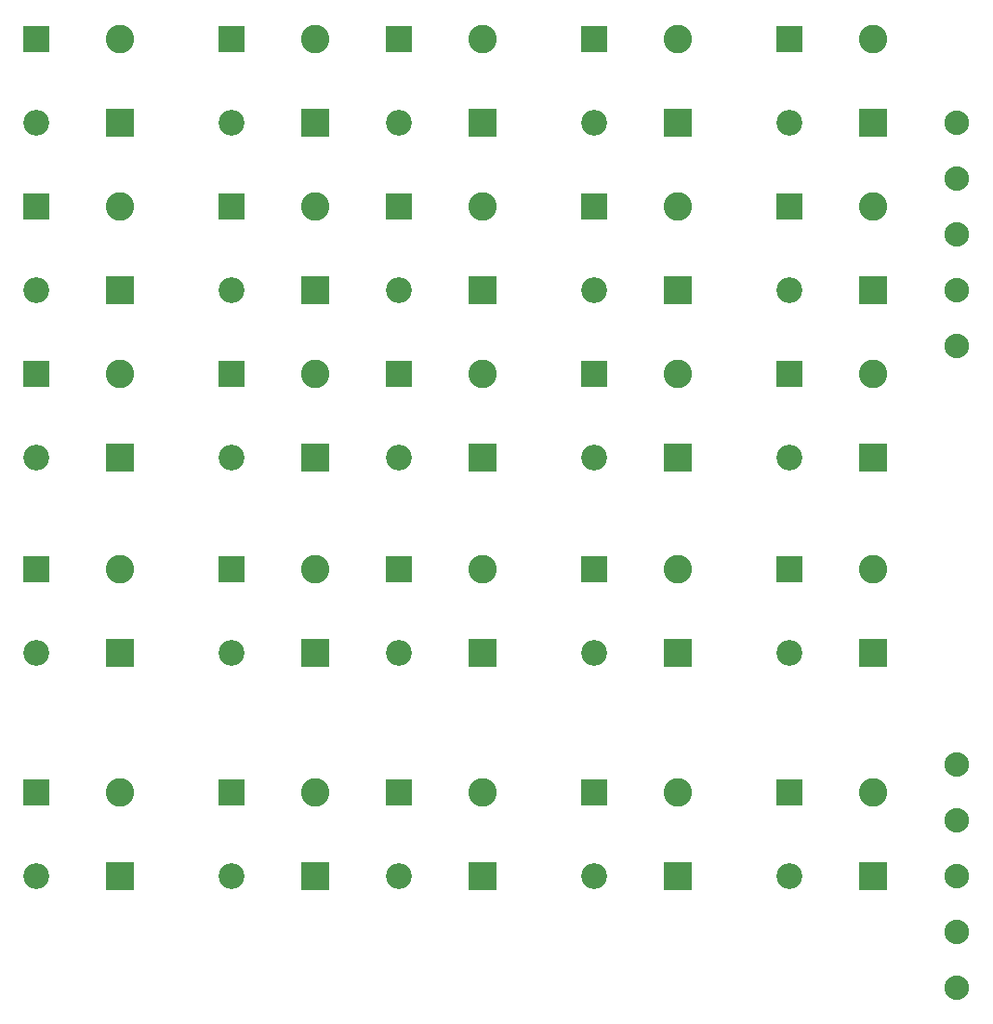
<source format=gts>
G04 MADE WITH FRITZING*
G04 WWW.FRITZING.ORG*
G04 DOUBLE SIDED*
G04 HOLES PLATED*
G04 CONTOUR ON CENTER OF CONTOUR VECTOR*
%ASAXBY*%
%FSLAX23Y23*%
%MOIN*%
%OFA0B0*%
%SFA1.0B1.0*%
%ADD10C,0.102000*%
%ADD11C,0.088000*%
%ADD12C,0.092000*%
%ADD13R,0.102000X0.102000*%
%ADD14R,0.092000X0.092000*%
%LNMASK1*%
G90*
G70*
G54D10*
X457Y555D03*
X457Y855D03*
X457Y1355D03*
X457Y1655D03*
X457Y2055D03*
X457Y2355D03*
X457Y2655D03*
X457Y2955D03*
X457Y3255D03*
X457Y3555D03*
X1157Y555D03*
X1157Y855D03*
X1157Y1355D03*
X1157Y1655D03*
X1157Y2055D03*
X1157Y2355D03*
X1157Y2655D03*
X1157Y2955D03*
X1157Y3255D03*
X1157Y3555D03*
X1757Y555D03*
X1757Y855D03*
X1757Y1355D03*
X1757Y1655D03*
X1757Y2055D03*
X1757Y2355D03*
X1757Y2655D03*
X1757Y2955D03*
X1757Y3255D03*
X1757Y3555D03*
X2457Y555D03*
X2457Y855D03*
X2457Y1355D03*
X2457Y1655D03*
X2457Y2055D03*
X2457Y2355D03*
X2457Y2655D03*
X2457Y2955D03*
X2457Y3255D03*
X2457Y3555D03*
X3157Y555D03*
X3157Y855D03*
X3157Y1355D03*
X3157Y1655D03*
X3157Y2055D03*
X3157Y2355D03*
X3157Y2655D03*
X3157Y2955D03*
X3157Y3255D03*
X3157Y3555D03*
G54D11*
X3457Y2455D03*
X3457Y2655D03*
X3457Y2855D03*
X3457Y3055D03*
X3457Y3255D03*
X3457Y155D03*
X3457Y355D03*
X3457Y555D03*
X3457Y755D03*
X3457Y955D03*
G54D12*
X2857Y853D03*
X2857Y555D03*
X2857Y1653D03*
X2857Y1355D03*
X2857Y2353D03*
X2857Y2055D03*
X2857Y2953D03*
X2857Y2655D03*
X2857Y3553D03*
X2857Y3255D03*
X2157Y853D03*
X2157Y555D03*
X2157Y1653D03*
X2157Y1355D03*
X2157Y2353D03*
X2157Y2055D03*
X2157Y2953D03*
X2157Y2655D03*
X2157Y3553D03*
X2157Y3255D03*
X1457Y853D03*
X1457Y555D03*
X1457Y1653D03*
X1457Y1355D03*
X1457Y2353D03*
X1457Y2055D03*
X1457Y2953D03*
X1457Y2655D03*
X1457Y3553D03*
X1457Y3255D03*
X857Y853D03*
X857Y555D03*
X857Y1653D03*
X857Y1355D03*
X857Y2353D03*
X857Y2055D03*
X857Y2953D03*
X857Y2655D03*
X857Y3553D03*
X857Y3255D03*
X157Y853D03*
X157Y555D03*
X157Y1653D03*
X157Y1355D03*
X157Y2353D03*
X157Y2055D03*
X157Y2953D03*
X157Y2655D03*
X157Y3553D03*
X157Y3255D03*
G54D13*
X457Y555D03*
X457Y1355D03*
X457Y2055D03*
X457Y2655D03*
X457Y3255D03*
X1157Y555D03*
X1157Y1355D03*
X1157Y2055D03*
X1157Y2655D03*
X1157Y3255D03*
X1757Y555D03*
X1757Y1355D03*
X1757Y2055D03*
X1757Y2655D03*
X1757Y3255D03*
X2457Y555D03*
X2457Y1355D03*
X2457Y2055D03*
X2457Y2655D03*
X2457Y3255D03*
X3157Y555D03*
X3157Y1355D03*
X3157Y2055D03*
X3157Y2655D03*
X3157Y3255D03*
G54D14*
X2857Y854D03*
X2857Y1654D03*
X2857Y2354D03*
X2857Y2954D03*
X2857Y3554D03*
X2157Y854D03*
X2157Y1654D03*
X2157Y2354D03*
X2157Y2954D03*
X2157Y3554D03*
X1457Y854D03*
X1457Y1654D03*
X1457Y2354D03*
X1457Y2954D03*
X1457Y3554D03*
X857Y854D03*
X857Y1654D03*
X857Y2354D03*
X857Y2954D03*
X857Y3554D03*
X157Y854D03*
X157Y1654D03*
X157Y2354D03*
X157Y2954D03*
X157Y3554D03*
G04 End of Mask1*
M02*
</source>
